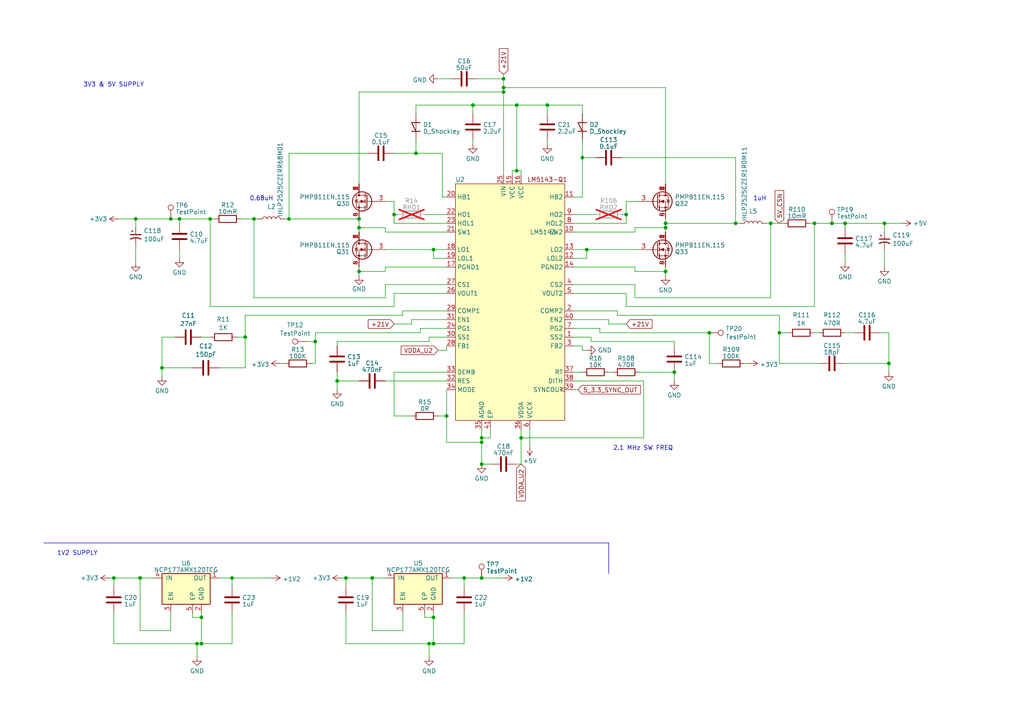
<source format=kicad_sch>
(kicad_sch (version 20230121) (generator eeschema)
  (paper "A4")
  (title_block (title "200W USB PD 3.1 HUB") (date "2023-10-03") (rev "A") (company "MICK MAKE") (comment 1 "THIS IS A 2X 100W USB PD SOURCE ") (comment 2 "HUB USB SPEC 3.1") (comment 3 "TOTAL SYSTEM POWER IS ~275w"))
  (lib_symbols
    (symbol "CARTHING:LM5143-Q1"
      (property "Reference" "U" (at -13.97 31.75 0))
      (symbol "LM5143-Q1_1_1"
        (rectangle (start -15.24 30.48) (end 16.51 -38.1) (fill (type background)))
        (text "LM5143-Q1\n" (at 11.43 31.75 0) (effects (font (size 1.27 1.27))))
        (pin input line (at 19.05 -13.97 180) (length 2.54) (name "SS2") (number "1"))
        (pin power_out line (at 19.05 16.51 180) (length 2.54) (name "SW2") (number "10"))
        (pin power_out line (at 19.05 26.67 180) (length 2.54) (name "HB2") (number "11"))
        (pin output line (at 19.05 8.89 180) (length 2.54) (name "LOL2") (number "12"))
        (pin output line (at 19.05 11.43 180) (length 2.54) (name "LO2") (number "13"))
        (pin power_in line (at 19.05 6.35 180) (length 2.54) (name "PGND2") (number "14"))
        (pin power_in line (at 1.27 33.02 270) (length 2.54) (name "VCC") (number "15"))
        (pin power_in line (at 3.81 33.02 270) (length 2.54) (name "VCC") (number "16"))
        (pin power_in line (at -17.78 6.35 0) (length 2.54) (name "PGND1") (number "17"))
        (pin output line (at -17.78 11.43 0) (length 2.54) (name "LO1") (number "18"))
        (pin output line (at -17.78 8.89 0) (length 2.54) (name "LOL1") (number "19"))
        (pin output line (at 19.05 -6.35 180) (length 2.54) (name "COMP2") (number "2"))
        (pin power_out line (at -17.78 26.67 0) (length 2.54) (name "HB1") (number "20"))
        (pin power_out line (at -17.78 16.51 0) (length 2.54) (name "SW1") (number "21"))
        (pin output line (at -17.78 21.59 0) (length 2.54) (name "HO1") (number "22"))
        (pin output line (at -17.78 19.05 0) (length 2.54) (name "HOL1") (number "23"))
        (pin output line (at -17.78 -11.43 0) (length 2.54) (name "PG1") (number "24"))
        (pin power_in line (at -1.27 33.02 270) (length 2.54) (name "VIN") (number "25"))
        (pin power_out line (at -17.78 -1.27 0) (length 2.54) (name "VOUT1") (number "26"))
        (pin input line (at -17.78 1.27 0) (length 2.54) (name "CS1") (number "27"))
        (pin input line (at -17.78 -16.51 0) (length 2.54) (name "FB1") (number "28"))
        (pin output line (at -17.78 -6.35 0) (length 2.54) (name "COMP1") (number "29"))
        (pin input line (at 19.05 -16.51 180) (length 2.54) (name "FB2") (number "3"))
        (pin input line (at -17.78 -13.97 0) (length 2.54) (name "SS1") (number "30"))
        (pin input line (at -17.78 -8.89 0) (length 2.54) (name "EN1") (number "31"))
        (pin output line (at -17.78 -26.67 0) (length 2.54) (name "RES") (number "32"))
        (pin input line (at -17.78 -24.13 0) (length 2.54) (name "DEMB") (number "33"))
        (pin input line (at -17.78 -29.21 0) (length 2.54) (name "MODE") (number "34"))
        (pin power_in line (at -7.62 -40.64 90) (length 2.54) (name "AGND") (number "35"))
        (pin output line (at 3.81 -40.64 90) (length 2.54) (name "VDDA") (number "36"))
        (pin input line (at 19.05 -24.13 180) (length 2.54) (name "RT") (number "37"))
        (pin input line (at 19.05 -26.67 180) (length 2.54) (name "DITH") (number "38"))
        (pin output clock (at 19.05 -29.21 180) (length 2.54) (name "SYNCOUT") (number "39"))
        (pin input line (at 19.05 1.27 180) (length 2.54) (name "CS2") (number "4"))
        (pin input line (at 19.05 -8.89 180) (length 2.54) (name "EN2") (number "40"))
        (pin power_out line (at -5.08 -40.64 90) (length 2.54) (name "EP") (number "41"))
        (pin input line (at 19.05 -1.27 180) (length 2.54) (name "VOUT2") (number "5"))
        (pin power_in line (at 6.35 -40.64 90) (length 2.54) (name "VCCX") (number "6"))
        (pin output line (at 19.05 -11.43 180) (length 2.54) (name "PG2") (number "7"))
        (pin output line (at 19.05 19.05 180) (length 2.54) (name "HOL2") (number "8"))
        (pin output line (at 19.05 21.59 180) (length 2.54) (name "HO2") (number "9"))
      )
    )
    (symbol "Connector:TestPoint" (pin_numbers hide) (pin_names (offset 0.762) hide)
      (property "Reference" "TP" (at 0 6.858 0))
      (property "Value" "TestPoint" (at 0 5.08 0))
      (symbol "TestPoint_0_1"
        (circle (center 0 3.302) (radius 0.762))
      )
      (symbol "TestPoint_1_1"
        (pin passive line (at 0 0 90) (length 2.54) (name "1") (number "1"))
      )
    )
    (symbol "Device:C" (pin_numbers hide) (pin_names (offset 0.254))
      (property "Reference" "C" (at 0.635 2.54 0))
      (property "Value" "C" (at 0.635 -2.54 0))
      (symbol "C_0_1"
        (polyline (pts (xy -2.032 -0.762) (xy 2.032 -0.762)) (stroke (width 0.508)))
        (polyline (pts (xy -2.032 0.762) (xy 2.032 0.762)) (stroke (width 0.508)))
      )
      (symbol "C_1_1"
        (pin passive line (at 0 3.81 270) (length 2.794) (name "~") (number "1"))
        (pin passive line (at 0 -3.81 90) (length 2.794) (name "~") (number "2"))
      )
    )
    (symbol "Device:C_Polarized_Small_US" (pin_numbers hide) (pin_names (offset 0.254) hide)
      (property "Reference" "C" (at 0.254 1.778 0))
      (property "Value" "C_Polarized_Small_US" (at 0.254 -2.032 0))
      (symbol "C_Polarized_Small_US_0_1"
        (polyline (pts (xy -1.524 0.508) (xy 1.524 0.508)) (stroke (width 0.3048)))
        (polyline (pts (xy -1.27 1.524) (xy -0.762 1.524)))
        (polyline (pts (xy -1.016 1.27) (xy -1.016 1.778)))
        (arc (start 1.524 -0.762) (mid 0 -0.3734) (end -1.524 -0.762) (stroke (width 0.3048)))
      )
      (symbol "C_Polarized_Small_US_1_1"
        (pin passive line (at 0 2.54 270) (length 2.032) (name "~") (number "1"))
        (pin passive line (at 0 -2.54 90) (length 2.032) (name "~") (number "2"))
      )
    )
    (symbol "Device:D_Shockley" (pin_numbers hide) (pin_names (offset 1.016) hide)
      (property "Reference" "D" (at 0 2.54 0))
      (property "Value" "D_Shockley" (at 0 -2.54 0))
      (symbol "D_Shockley_0_1"
        (polyline (pts (xy -1.27 0) (xy 1.27 0)))
        (polyline (pts (xy -1.27 1.27) (xy -1.27 -1.27)) (stroke (width 0.254)))
        (polyline (pts (xy -1.27 0) (xy 1.27 1.27) (xy 1.27 -1.27)) (stroke (width 0.254)))
      )
      (symbol "D_Shockley_1_1"
        (pin passive line (at -3.81 0 0) (length 2.54) (name "K") (number "1"))
        (pin passive line (at 3.81 0 180) (length 2.54) (name "A") (number "2"))
      )
    )
    (symbol "Device:L" (pin_numbers hide) (pin_names (offset 1.016) hide)
      (property "Reference" "L" (at -1.27 0 90))
      (property "Value" "L" (at 1.905 0 90))
      (symbol "L_0_1"
        (arc (start 0 -2.54) (mid 0.6323 -1.905) (end 0 -1.27))
        (arc (start 0 -1.27) (mid 0.6323 -0.635) (end 0 0))
        (arc (start 0 0) (mid 0.6323 0.635) (end 0 1.27))
        (arc (start 0 1.27) (mid 0.6323 1.905) (end 0 2.54))
      )
      (symbol "L_1_1"
        (pin passive line (at 0 3.81 270) (length 1.27) (name "1") (number "1"))
        (pin passive line (at 0 -3.81 90) (length 1.27) (name "2") (number "2"))
      )
    )
    (symbol "Device:R" (pin_numbers hide) (pin_names (offset 0))
      (property "Reference" "R" (at 2.032 0 90))
      (property "Value" "R" (at 0 0 90))
      (symbol "R_0_1"
        (rectangle (start -1.016 -2.54) (end 1.016 2.54) (stroke (width 0.254)))
      )
      (symbol "R_1_1"
        (pin passive line (at 0 3.81 270) (length 1.27) (name "~") (number "1"))
        (pin passive line (at 0 -3.81 90) (length 1.27) (name "~") (number "2"))
      )
    )
    (symbol "NCP177BMX330TCG-Regulator_Linear_1" (pin_names (offset 1.016))
      (property "Reference" "U" (at 1.27 8.89 0))
      (property "Value" "NCP177BMX330TCG-Regulator_Linear" (at 1.27 6.35 0))
      (symbol "NCP177BMX330TCG-Regulator_Linear_1_0_1"
        (rectangle (start -5.08 3.81) (end 8.89 -5.08) (stroke (width 0.254)) (fill (type background)))
      )
      (symbol "NCP177BMX330TCG-Regulator_Linear_1_1_1"
        (pin power_out line (at 11.43 2.54 180) (length 2.54) (name "OUT") (number "1"))
        (pin power_in line (at 6.35 -7.62 90) (length 2.54) (name "GND") (number "2"))
        (pin input line (at -2.54 -7.62 90) (length 2.54) (name "EN") (number "3"))
        (pin power_in line (at -7.62 2.54 0) (length 2.54) (name "IN") (number "4"))
        (pin input line (at 3.81 -7.62 90) (length 2.54) (name "EP") (number "5"))
      )
    )
    (symbol "NCP177BMX330TCG-Regulator_Linear_2" (pin_names (offset 1.016))
      (property "Reference" "U" (at 1.27 8.89 0))
      (property "Value" "NCP177BMX330TCG-Regulator_Linear" (at 1.27 6.35 0))
      (symbol "NCP177BMX330TCG-Regulator_Linear_2_0_1"
        (rectangle (start -5.08 3.81) (end 8.89 -5.08) (stroke (width 0.254)) (fill (type background)))
      )
      (symbol "NCP177BMX330TCG-Regulator_Linear_2_1_1"
        (pin power_out line (at 11.43 2.54 180) (length 2.54) (name "OUT") (number "1"))
        (pin power_in line (at 6.35 -7.62 90) (length 2.54) (name "GND") (number "2"))
        (pin input line (at -2.54 -7.62 90) (length 2.54) (name "EN") (number "3"))
        (pin power_in line (at -7.62 2.54 0) (length 2.54) (name "IN") (number "4"))
        (pin input line (at 3.81 -7.62 90) (length 2.54) (name "EP") (number "5"))
      )
    )
    (symbol "Q_NMOS_GDS_1" (pin_names (offset 0) hide)
      (property "Reference" "Q3" (at 5.2069 -0.6437 0))
      (property "Value" "PMPB11EN,115" (at 5.2069 1.2773 0))
      (symbol "Q_NMOS_GDS_1_0_1"
        (polyline (pts (xy 0.254 0) (xy -2.54 0)))
        (polyline (pts (xy 0.254 1.905) (xy 0.254 -1.905)) (stroke (width 0.254)))
        (polyline (pts (xy 0.762 -1.27) (xy 0.762 -2.286)) (stroke (width 0.254)))
        (polyline (pts (xy 0.762 0.508) (xy 0.762 -0.508)) (stroke (width 0.254)))
        (polyline (pts (xy 0.762 2.286) (xy 0.762 1.27)) (stroke (width 0.254)))
        (polyline (pts (xy 2.54 2.54) (xy 2.54 1.778)))
        (polyline (pts (xy 2.54 -2.54) (xy 2.54 0) (xy 0.762 0)))
        (polyline (pts (xy 0.762 -1.778) (xy 3.302 -1.778) (xy 3.302 1.778) (xy 0.762 1.778)))
        (polyline (pts (xy 1.016 0) (xy 2.032 0.381) (xy 2.032 -0.381) (xy 1.016 0)) (fill (type outline)))
        (polyline (pts (xy 2.794 0.508) (xy 2.921 0.381) (xy 3.683 0.381) (xy 3.81 0.254)))
        (polyline (pts (xy 3.302 0.381) (xy 2.921 -0.254) (xy 3.683 -0.254) (xy 3.302 0.381)))
        (circle (center 1.651 0) (radius 2.794) (stroke (width 0.254)))
        (circle (center 2.54 -1.778) (radius 0.254) (fill (type outline)))
        (circle (center 2.54 1.778) (radius 0.254) (fill (type outline)))
      )
      (symbol "Q_NMOS_GDS_1_1_1"
        (pin passive line (at 2.54 5.08 270) (length 2.54) (name "D") (number "1"))
        (pin passive line (at 2.54 5.08 270) (length 2.54) (name "D") (number "2"))
        (pin input line (at -5.08 0 0) (length 2.54) (name "G") (number "3"))
        (pin passive line (at 2.54 -5.08 90) (length 2.54) (name "S") (number "4"))
        (pin passive line (at 2.54 5.08 270) (length 2.54) (name "D") (number "5"))
        (pin passive line (at 2.54 5.08 270) (length 2.54) (name "D") (number "6"))
        (pin passive line (at 2.54 5.08 270) (length 2.54) (name "D") (number "7"))
        (pin passive line (at 2.54 -5.08 90) (length 2.54) (name "S") (number "8"))
      )
    )
    (symbol "power:+1V2" (power) (pin_names (offset 0))
      (property "Value" "+1V2" (at 0 3.556 0))
      (symbol "+1V2_0_1"
        (polyline (pts (xy -0.762 1.27) (xy 0 2.54)))
        (polyline (pts (xy 0 0) (xy 0 2.54)))
        (polyline (pts (xy 0 2.54) (xy 0.762 1.27)))
      )
      (symbol "+1V2_1_1"
        (pin power_in line (at 0 0 90) (length 0) hide (name "+1V2") (number "1"))
      )
    )
    (symbol "power:+3V3" (power) (pin_names (offset 0))
      (property "Value" "+3V3" (at 0 3.556 0))
      (symbol "+3V3_0_1"
        (polyline (pts (xy -0.762 1.27) (xy 0 2.54)))
        (polyline (pts (xy 0 0) (xy 0 2.54)))
        (polyline (pts (xy 0 2.54) (xy 0.762 1.27)))
      )
      (symbol "+3V3_1_1"
        (pin power_in line (at 0 0 90) (length 0) hide (name "+3V3") (number "1"))
      )
    )
    (symbol "power:+5V" (power) (pin_names (offset 0))
      (property "Value" "+5V" (at 0 3.556 0))
      (symbol "+5V_0_1"
        (polyline (pts (xy -0.762 1.27) (xy 0 2.54)))
        (polyline (pts (xy 0 0) (xy 0 2.54)))
        (polyline (pts (xy 0 2.54) (xy 0.762 1.27)))
      )
      (symbol "+5V_1_1"
        (pin power_in line (at 0 0 90) (length 0) hide (name "+5V") (number "1"))
      )
    )
    (symbol "power:GND" (power) (pin_names (offset 0))
      (property "Value" "GND" (at 0 -3.81 0))
      (symbol "GND_0_1"
        (polyline (pts (xy 0 0) (xy 0 -1.27) (xy 1.27 -1.27) (xy 0 -2.54) (xy -1.27 -1.27) (xy 0 -1.27)))
      )
      (symbol "GND_1_1"
        (pin power_in line (at 0 0 270) (length 0) hide (name "GND") (number "1"))
      )
    )
  )
  (junction (at 124.46 186.69))
  (junction (at 91.44 99.06))
  (junction (at 195.58 107.95))
  (junction (at 193.04 64.77))
  (junction (at 39.37 63.5))
  (junction (at 245.11 64.77))
  (junction (at 181.61 62.23))
  (junction (at 107.95 167.64))
  (junction (at 158.75 30.48))
  (junction (at 170.18 72.39))
  (junction (at 58.42 179.07))
  (junction (at 60.96 63.5))
  (junction (at 146.05 26.67))
  (junction (at 120.65 44.45))
  (junction (at 139.7 127))
  (junction (at 193.04 78.74))
  (junction (at 139.7 128.27))
  (junction (at 134.62 167.64))
  (junction (at 226.06 96.52))
  (junction (at 33.02 167.64))
  (junction (at 104.14 63.5))
  (junction (at 149.86 30.48))
  (junction (at 193.04 66.04))
  (junction (at 97.79 110.49))
  (junction (at 149.86 49.53))
  (junction (at 83.82 63.5))
  (junction (at 104.14 66.04))
  (junction (at 71.12 97.79))
  (junction (at 139.7 134.62))
  (junction (at 40.64 167.64))
  (junction (at 168.91 45.72))
  (junction (at 137.16 30.48))
  (junction (at 205.74 96.52))
  (junction (at 125.73 179.07))
  (junction (at 114.3 62.23))
  (junction (at 146.05 22.86))
  (junction (at 151.13 127))
  (junction (at 125.73 72.39))
  (junction (at 125.73 186.69))
  (junction (at 58.42 186.69))
  (junction (at 139.7 167.64))
  (junction (at 57.15 186.69))
  (junction (at 104.14 78.74))
  (junction (at 236.22 64.77))
  (junction (at 67.31 167.64))
  (junction (at 46.99 106.68))
  (junction (at 241.3 64.77))
  (junction (at 49.53 63.5))
  (junction (at 129.54 120.65))
  (junction (at 52.07 63.5))
  (junction (at 223.52 64.77))
  (junction (at 257.81 105.41))
  (junction (at 146.05 25.4))
  (junction (at 213.36 64.77))
  (junction (at 256.54 64.77))
  (junction (at 100.33 167.64))
  (junction (at 73.66 63.5))
  (wire (pts (xy 46.99 97.79) (xy 46.99 106.68)))
  (wire (pts (xy 111.76 72.39) (xy 125.73 72.39)))
  (wire (pts (xy 128.27 57.15) (xy 129.54 57.15)))
  (wire (pts (xy 173.99 95.25) (xy 173.99 96.52)))
  (wire (pts (xy 223.52 64.77) (xy 227.33 64.77)))
  (wire (pts (xy 67.31 167.64) (xy 78.74 167.64)))
  (wire (pts (xy 83.82 63.5) (xy 104.14 63.5)))
  (wire (pts (xy 184.15 86.36) (xy 223.52 86.36)))
  (wire (pts (xy 111.76 67.31) (xy 111.76 66.04)))
  (wire (pts (xy 68.58 97.79) (xy 71.12 97.79)))
  (wire (pts (xy 60.96 88.9) (xy 60.96 63.5)))
  (wire (pts (xy 100.33 167.64) (xy 100.33 170.18)))
  (wire (pts (xy 166.37 85.09) (xy 181.61 85.09)))
  (wire (pts (xy 139.7 128.27) (xy 139.7 134.62)))
  (wire (pts (xy 153.67 124.46) (xy 153.67 129.54)))
  (wire (pts (xy 97.79 99.06) (xy 124.46 99.06)))
  (wire (pts (xy 52.07 63.5) (xy 52.07 64.77)))
  (wire (pts (xy 71.12 91.44) (xy 116.84 91.44)))
  (wire (pts (xy 100.33 167.64) (xy 107.95 167.64)))
  (wire (pts (xy 146.05 26.67) (xy 146.05 50.8)))
  (wire (pts (xy 149.86 30.48) (xy 149.86 49.53)))
  (wire (pts (xy 166.37 77.47) (xy 184.15 77.47)))
  (wire (pts (xy 142.24 124.46) (xy 142.24 127)))
  (wire (pts (xy 97.79 110.49) (xy 104.14 110.49)))
  (wire (pts (xy 166.37 82.55) (xy 184.15 82.55)))
  (wire (pts (xy 40.64 167.64) (xy 44.45 167.64)))
  (polyline (pts (xy 12.7 157.48) (xy 176.53 157.48)))
  (wire (pts (xy 170.18 74.93) (xy 170.18 72.39)))
  (wire (pts (xy 125.73 74.93) (xy 125.73 72.39)))
  (wire (pts (xy 255.27 96.52) (xy 257.81 96.52)))
  (wire (pts (xy 99.06 167.64) (xy 100.33 167.64)))
  (wire (pts (xy 91.44 96.52) (xy 121.92 96.52)))
  (wire (pts (xy 241.3 64.77) (xy 245.11 64.77)))
  (wire (pts (xy 104.14 26.67) (xy 104.14 53.34)))
  (wire (pts (xy 49.53 182.88) (xy 40.64 182.88)))
  (wire (pts (xy 111.76 66.04) (xy 104.14 66.04)))
  (wire (pts (xy 123.19 62.23) (xy 129.54 62.23)))
  (wire (pts (xy 129.54 64.77) (xy 114.3 64.77)))
  (wire (pts (xy 151.13 127) (xy 151.13 134.62)))
  (wire (pts (xy 186.69 110.49) (xy 186.69 127)))
  (wire (pts (xy 149.86 30.48) (xy 137.16 30.48)))
  (wire (pts (xy 58.42 97.79) (xy 60.96 97.79)))
  (wire (pts (xy 114.3 120.65) (xy 119.38 120.65)))
  (wire (pts (xy 256.54 64.77) (xy 261.62 64.77)))
  (wire (pts (xy 46.99 106.68) (xy 55.88 106.68)))
  (wire (pts (xy 71.12 106.68) (xy 63.5 106.68)))
  (wire (pts (xy 176.53 92.71) (xy 176.53 93.98)))
  (wire (pts (xy 40.64 182.88) (xy 40.64 167.64)))
  (wire (pts (xy 193.04 66.04) (xy 193.04 67.31)))
  (wire (pts (xy 128.27 44.45) (xy 128.27 57.15)))
  (wire (pts (xy 129.54 120.65) (xy 129.54 128.27)))
  (wire (pts (xy 236.22 64.77) (xy 236.22 88.9)))
  (wire (pts (xy 129.54 82.55) (xy 111.76 82.55)))
  (wire (pts (xy 168.91 33.02) (xy 168.91 30.48)))
  (wire (pts (xy 245.11 64.77) (xy 256.54 64.77)))
  (wire (pts (xy 158.75 40.64) (xy 158.75 41.91)))
  (wire (pts (xy 114.3 93.98) (xy 119.38 93.98)))
  (wire (pts (xy 138.43 22.86) (xy 146.05 22.86)))
  (wire (pts (xy 257.81 105.41) (xy 257.81 107.95)))
  (wire (pts (xy 49.53 177.8) (xy 49.53 182.88)))
  (wire (pts (xy 181.61 85.09) (xy 181.61 88.9)))
  (wire (pts (xy 151.13 49.53) (xy 151.13 50.8)))
  (wire (pts (xy 166.37 107.95) (xy 168.91 107.95)))
  (wire (pts (xy 168.91 45.72) (xy 168.91 57.15)))
  (wire (pts (xy 58.42 186.69) (xy 57.15 186.69)))
  (wire (pts (xy 67.31 177.8) (xy 67.31 186.69)))
  (wire (pts (xy 58.42 179.07) (xy 58.42 186.69)))
  (wire (pts (xy 245.11 96.52) (xy 247.65 96.52)))
  (wire (pts (xy 193.04 63.5) (xy 193.04 64.77)))
  (wire (pts (xy 67.31 167.64) (xy 67.31 170.18)))
  (wire (pts (xy 106.68 44.45) (xy 83.82 44.45)))
  (wire (pts (xy 146.05 26.67) (xy 104.14 26.67)))
  (wire (pts (xy 55.88 177.8) (xy 55.88 179.07)))
  (wire (pts (xy 129.54 67.31) (xy 111.76 67.31)))
  (wire (pts (xy 39.37 71.12) (xy 39.37 76.2)))
  (wire (pts (xy 39.37 63.5) (xy 39.37 66.04)))
  (wire (pts (xy 179.07 90.17) (xy 179.07 91.44)))
  (wire (pts (xy 31.75 167.64) (xy 33.02 167.64)))
  (wire (pts (xy 245.11 105.41) (xy 257.81 105.41)))
  (wire (pts (xy 120.65 44.45) (xy 128.27 44.45)))
  (wire (pts (xy 179.07 91.44) (xy 226.06 91.44)))
  (wire (pts (xy 111.76 77.47) (xy 111.76 78.74)))
  (wire (pts (xy 129.54 101.6) (xy 129.54 100.33)))
  (wire (pts (xy 73.66 63.5) (xy 74.93 63.5)))
  (wire (pts (xy 226.06 96.52) (xy 228.6 96.52)))
  (wire (pts (xy 184.15 67.31) (xy 184.15 66.04)))
  (polyline (pts (xy 176.53 157.48) (xy 176.53 166.37)))
  (wire (pts (xy 234.95 64.77) (xy 236.22 64.77)))
  (wire (pts (xy 129.54 113.03) (xy 129.54 120.65)))
  (wire (pts (xy 114.3 64.77) (xy 114.3 62.23)))
  (wire (pts (xy 114.3 88.9) (xy 60.96 88.9)))
  (wire (pts (xy 60.96 63.5) (xy 52.07 63.5)))
  (wire (pts (xy 129.54 97.79) (xy 124.46 97.79)))
  (wire (pts (xy 71.12 97.79) (xy 71.12 106.68)))
  (wire (pts (xy 125.73 186.69) (xy 124.46 186.69)))
  (wire (pts (xy 236.22 64.77) (xy 241.3 64.77)))
  (wire (pts (xy 195.58 107.95) (xy 195.58 110.49)))
  (wire (pts (xy 193.04 78.74) (xy 193.04 80.01)))
  (wire (pts (xy 151.13 127) (xy 186.69 127)))
  (wire (pts (xy 58.42 177.8) (xy 58.42 179.07)))
  (wire (pts (xy 73.66 63.5) (xy 73.66 86.36)))
  (wire (pts (xy 91.44 96.52) (xy 91.44 99.06)))
  (wire (pts (xy 180.34 45.72) (xy 213.36 45.72)))
  (wire (pts (xy 134.62 177.8) (xy 134.62 186.69)))
  (wire (pts (xy 129.54 92.71) (xy 119.38 92.71)))
  (wire (pts (xy 104.14 66.04) (xy 104.14 67.31)))
  (wire (pts (xy 168.91 30.48) (xy 158.75 30.48)))
  (wire (pts (xy 158.75 30.48) (xy 149.86 30.48)))
  (wire (pts (xy 226.06 105.41) (xy 237.49 105.41)))
  (wire (pts (xy 176.53 107.95) (xy 177.8 107.95)))
  (wire (pts (xy 120.65 40.64) (xy 120.65 44.45)))
  (wire (pts (xy 166.37 64.77) (xy 181.61 64.77)))
  (wire (pts (xy 168.91 40.64) (xy 168.91 45.72)))
  (wire (pts (xy 52.07 72.39) (xy 52.07 74.93)))
  (wire (pts (xy 168.91 45.72) (xy 172.72 45.72)))
  (wire (pts (xy 107.95 167.64) (xy 111.76 167.64)))
  (wire (pts (xy 114.3 85.09) (xy 114.3 88.9)))
  (wire (pts (xy 129.54 85.09) (xy 114.3 85.09)))
  (wire (pts (xy 123.19 179.07) (xy 125.73 179.07)))
  (wire (pts (xy 100.33 186.69) (xy 124.46 186.69)))
  (wire (pts (xy 168.91 57.15) (xy 166.37 57.15)))
  (wire (pts (xy 124.46 97.79) (xy 124.46 99.06)))
  (wire (pts (xy 46.99 106.68) (xy 46.99 109.22)))
  (wire (pts (xy 166.37 62.23) (xy 172.72 62.23)))
  (wire (pts (xy 127 101.6) (xy 129.54 101.6)))
  (wire (pts (xy 142.24 127) (xy 139.7 127)))
  (wire (pts (xy 158.75 30.48) (xy 158.75 33.02)))
  (wire (pts (xy 49.53 63.5) (xy 52.07 63.5)))
  (wire (pts (xy 193.04 77.47) (xy 193.04 78.74)))
  (wire (pts (xy 104.14 63.5) (xy 104.14 66.04)))
  (wire (pts (xy 166.37 90.17) (xy 179.07 90.17)))
  (wire (pts (xy 114.3 120.65) (xy 114.3 107.95)))
  (wire (pts (xy 33.02 186.69) (xy 57.15 186.69)))
  (wire (pts (xy 184.15 77.47) (xy 184.15 78.74)))
  (wire (pts (xy 215.9 105.41) (xy 217.17 105.41)))
  (wire (pts (xy 124.46 186.69) (xy 124.46 190.5)))
  (wire (pts (xy 114.3 62.23) (xy 115.57 62.23)))
  (wire (pts (xy 55.88 179.07) (xy 58.42 179.07)))
  (wire (pts (xy 146.05 22.86) (xy 146.05 25.4)))
  (wire (pts (xy 184.15 82.55) (xy 184.15 86.36)))
  (wire (pts (xy 134.62 167.64) (xy 134.62 170.18)))
  (wire (pts (xy 91.44 99.06) (xy 91.44 105.41)))
  (wire (pts (xy 223.52 86.36) (xy 223.52 64.77)))
  (wire (pts (xy 121.92 95.25) (xy 121.92 96.52)))
  (wire (pts (xy 184.15 78.74) (xy 193.04 78.74)))
  (wire (pts (xy 111.76 78.74) (xy 104.14 78.74)))
  (wire (pts (xy 151.13 124.46) (xy 151.13 127)))
  (wire (pts (xy 114.3 58.42) (xy 111.76 58.42)))
  (wire (pts (xy 114.3 107.95) (xy 129.54 107.95)))
  (wire (pts (xy 168.91 101.6) (xy 170.18 101.6)))
  (wire (pts (xy 100.33 186.69) (xy 100.33 177.8)))
  (wire (pts (xy 50.8 97.79) (xy 46.99 97.79)))
  (wire (pts (xy 125.73 177.8) (xy 125.73 179.07)))
  (wire (pts (xy 71.12 91.44) (xy 71.12 97.79)))
  (wire (pts (xy 171.45 97.79) (xy 171.45 99.06)))
  (wire (pts (xy 166.37 110.49) (xy 186.69 110.49)))
  (wire (pts (xy 146.05 21.59) (xy 146.05 22.86)))
  (wire (pts (xy 69.85 63.5) (xy 73.66 63.5)))
  (wire (pts (xy 67.31 186.69) (xy 58.42 186.69)))
  (wire (pts (xy 193.04 25.4) (xy 193.04 53.34)))
  (wire (pts (xy 184.15 66.04) (xy 193.04 66.04)))
  (wire (pts (xy 111.76 86.36) (xy 73.66 86.36)))
  (wire (pts (xy 170.18 72.39) (xy 185.42 72.39)))
  (wire (pts (xy 129.54 74.93) (xy 125.73 74.93)))
  (wire (pts (xy 226.06 91.44) (xy 226.06 96.52)))
  (wire (pts (xy 129.54 95.25) (xy 121.92 95.25)))
  (wire (pts (xy 173.99 96.52) (xy 205.74 96.52)))
  (wire (pts (xy 166.37 74.93) (xy 170.18 74.93)))
  (wire (pts (xy 119.38 92.71) (xy 119.38 93.98)))
  (wire (pts (xy 148.59 50.8) (xy 148.59 49.53)))
  (wire (pts (xy 120.65 30.48) (xy 120.65 33.02)))
  (wire (pts (xy 195.58 99.06) (xy 195.58 100.33)))
  (wire (pts (xy 116.84 177.8) (xy 116.84 182.88)))
  (wire (pts (xy 180.34 62.23) (xy 181.61 62.23)))
  (wire (pts (xy 137.16 30.48) (xy 137.16 33.02)))
  (wire (pts (xy 116.84 90.17) (xy 116.84 91.44)))
  (wire (pts (xy 166.37 97.79) (xy 171.45 97.79)))
  (wire (pts (xy 166.37 113.03) (xy 167.64 113.03)))
  (wire (pts (xy 139.7 134.62) (xy 142.24 134.62)))
  (wire (pts (xy 226.06 105.41) (xy 226.06 96.52)))
  (wire (pts (xy 120.65 30.48) (xy 137.16 30.48)))
  (wire (pts (xy 129.54 128.27) (xy 139.7 128.27)))
  (wire (pts (xy 81.28 105.41) (xy 82.55 105.41)))
  (wire (pts (xy 139.7 124.46) (xy 139.7 127)))
  (wire (pts (xy 114.3 44.45) (xy 120.65 44.45)))
  (wire (pts (xy 166.37 100.33) (xy 168.91 100.33)))
  (wire (pts (xy 125.73 72.39) (xy 129.54 72.39)))
  (wire (pts (xy 166.37 92.71) (xy 176.53 92.71)))
  (wire (pts (xy 139.7 127) (xy 139.7 128.27)))
  (wire (pts (xy 257.81 96.52) (xy 257.81 105.41)))
  (wire (pts (xy 82.55 63.5) (xy 83.82 63.5)))
  (wire (pts (xy 151.13 134.62) (xy 149.86 134.62)))
  (wire (pts (xy 139.7 167.64) (xy 146.05 167.64)))
  (wire (pts (xy 97.79 107.95) (xy 97.79 110.49)))
  (wire (pts (xy 111.76 82.55) (xy 111.76 86.36)))
  (wire (pts (xy 104.14 77.47) (xy 104.14 78.74)))
  (wire (pts (xy 97.79 99.06) (xy 97.79 100.33)))
  (wire (pts (xy 127 22.86) (xy 130.81 22.86)))
  (wire (pts (xy 83.82 44.45) (xy 83.82 63.5)))
  (wire (pts (xy 166.37 72.39) (xy 170.18 72.39)))
  (wire (pts (xy 222.25 64.77) (xy 223.52 64.77)))
  (wire (pts (xy 63.5 167.64) (xy 67.31 167.64)))
  (wire (pts (xy 149.86 49.53) (xy 151.13 49.53)))
  (wire (pts (xy 256.54 67.31) (xy 256.54 64.77)))
  (wire (pts (xy 62.23 63.5) (xy 60.96 63.5)))
  (wire (pts (xy 166.37 95.25) (xy 173.99 95.25)))
  (wire (pts (xy 97.79 110.49) (xy 97.79 113.03)))
  (wire (pts (xy 176.53 93.98) (xy 181.61 93.98)))
  (wire (pts (xy 134.62 167.64) (xy 139.7 167.64)))
  (wire (pts (xy 205.74 96.52) (xy 205.74 105.41)))
  (wire (pts (xy 116.84 182.88) (xy 107.95 182.88)))
  (wire (pts (xy 130.81 167.64) (xy 134.62 167.64)))
  (wire (pts (xy 213.36 45.72) (xy 213.36 64.77)))
  (wire (pts (xy 127 120.65) (xy 129.54 120.65)))
  (wire (pts (xy 181.61 62.23) (xy 181.61 58.42)))
  (wire (pts (xy 245.11 73.66) (xy 245.11 76.2)))
  (wire (pts (xy 33.02 167.64) (xy 33.02 170.18)))
  (wire (pts (xy 39.37 63.5) (xy 49.53 63.5)))
  (wire (pts (xy 205.74 105.41) (xy 208.28 105.41)))
  (wire (pts (xy 168.91 100.33) (xy 168.91 101.6)))
  (wire (pts (xy 57.15 186.69) (xy 57.15 190.5)))
  (wire (pts (xy 185.42 107.95) (xy 195.58 107.95)))
  (wire (pts (xy 245.11 64.77) (xy 245.11 66.04)))
  (wire (pts (xy 104.14 78.74) (xy 104.14 80.01)))
  (wire (pts (xy 171.45 99.06) (xy 195.58 99.06)))
  (wire (pts (xy 181.61 64.77) (xy 181.61 62.23)))
  (wire (pts (xy 193.04 64.77) (xy 193.04 66.04)))
  (wire (pts (xy 193.04 64.77) (xy 213.36 64.77)))
  (wire (pts (xy 123.19 177.8) (xy 123.19 179.07)))
  (wire (pts (xy 33.02 186.69) (xy 33.02 177.8)))
  (wire (pts (xy 111.76 77.47) (xy 129.54 77.47)))
  (wire (pts (xy 213.36 64.77) (xy 214.63 64.77)))
  (wire (pts (xy 114.3 62.23) (xy 114.3 58.42)))
  (wire (pts (xy 107.95 182.88) (xy 107.95 167.64)))
  (wire (pts (xy 88.9 99.06) (xy 91.44 99.06)))
  (wire (pts (xy 146.05 25.4) (xy 193.04 25.4)))
  (wire (pts (xy 34.29 63.5) (xy 39.37 63.5)))
  (wire (pts (xy 181.61 58.42) (xy 185.42 58.42)))
  (wire (pts (xy 134.62 186.69) (xy 125.73 186.69)))
  (wire (pts (xy 146.05 25.4) (xy 146.05 26.67)))
  (wire (pts (xy 116.84 90.17) (xy 129.54 90.17)))
  (wire (pts (xy 256.54 72.39) (xy 256.54 77.47)))
  (wire (pts (xy 148.59 49.53) (xy 149.86 49.53)))
  (wire (pts (xy 90.17 105.41) (xy 91.44 105.41)))
  (wire (pts (xy 166.37 67.31) (xy 184.15 67.31)))
  (wire (pts (xy 236.22 96.52) (xy 237.49 96.52)))
  (wire (pts (xy 137.16 40.64) (xy 137.16 41.91)))
  (wire (pts (xy 111.76 110.49) (xy 129.54 110.49)))
  (wire (pts (xy 125.73 179.07) (xy 125.73 186.69)))
  (wire (pts (xy 33.02 167.64) (xy 40.64 167.64)))
  (wire (pts (xy 181.61 88.9) (xy 236.22 88.9)))
  (text "1uH" (at 218.44 58.42 0) (effects (font (size 1.27 1.27)) (justify left bottom)))
  (text "2.1 MHz SW FREQ\n" (at 177.8 130.81 0) (effects (font (size 1.27 1.27)) (justify left bottom)))
  (text "3V3 & 5V SUPPLY" (at 24.13 25.4 0) (effects (font (size 1.27 1.27)) (justify left bottom)))
  (text "1V2 SUPPLY" (at 16.51 161.29 0) (effects (font (size 1.27 1.27)) (justify left bottom)))
  (text "0.68uH" (at 72.39 58.42 0) (effects (font (size 1.27 1.27)) (justify left bottom)))
  (global_label "VDDA_U2" (shape input) (at 151.13 134.62 270) (property "Intersheetrefs" "${INTERSHEET_REFS}" (effects hide)))
  (global_label "5V_CSN" (shape input) (at 226.06 64.77 90) (property "Intersheetrefs" "${INTERSHEET_REFS}" (effects hide)))
  (global_label "5_3.3_SYNC_OUT" (shape input) (at 167.64 113.03 0) (property "Intersheetrefs" "${INTERSHEET_REFS}" (effects hide)))
  (global_label "+21V" (shape input) (at 146.05 21.59 90) (property "Intersheetrefs" "${INTERSHEET_REFS}" (effects hide)))
  (global_label "VDDA_U2" (shape input) (at 127 101.6 180) (property "Intersheetrefs" "${INTERSHEET_REFS}" (effects hide)))
  (global_label "+21V" (shape input) (at 114.3 93.98 180) (property "Intersheetrefs" "${INTERSHEET_REFS}" (effects hide)))
  (global_label "+21V" (shape input) (at 181.61 93.98 0) (property "Intersheetrefs" "${INTERSHEET_REFS}" (effects hide)))
  (symbol (lib_id "power:+3V3") (at 99.06 167.64 90) (unit 1)
    (property "Reference" "#PWR019" (effects hide))
    (property "Value" "+3V3" (at 95.885 167.64 90) (effects (justify left)))
  )
  (symbol (lib_id "CARTHING:LM5143-Q1") (at 147.32 83.82 0) (unit 1)
    (property "Reference" "U2" (at 132.08 52.07 0) (effects (justify left)))
    (property "Value" "LM5143" (at 157.48 67.31 0))
    (property "Footprint" "CARTHING:LM5143" (effects hide))
  )
  (symbol (lib_id "power:+5V") (at 261.62 64.77 270) (unit 1)
    (property "Reference" "#PWR0154" (effects hide))
    (property "Value" "+5V" (at 264.795 64.77 90) (effects (justify left)))
  )
  (symbol (lib_id "power:GND") (at 193.04 80.01 0) (unit 1)
    (property "Reference" "#PWR017" (effects hide))
    (property "Value" "GND" (at 193.04 84.1455 0))
  )
  (symbol (lib_id "power:+3V3") (at 34.29 63.5 90) (unit 1)
    (property "Reference" "#PWR0155" (effects hide))
    (property "Value" "+3V3" (at 31.115 63.5 90) (effects (justify left)))
  )
  (symbol (lib_id "power:GND") (at 139.7 134.62 0) (unit 1)
    (property "Reference" "#PWR014" (effects hide))
    (property "Value" "GND" (at 139.7 138.7555 0))
  )
  (symbol (lib_id "power:GND") (at 39.37 76.2 0) (unit 1)
    (property "Reference" "#PWR0156" (effects hide))
    (property "Value" "GND" (at 39.37 80.3355 0))
  )
  (symbol (lib_id "power:+3V3") (at 31.75 167.64 90) (unit 1)
    (property "Reference" "#PWR018" (effects hide))
    (property "Value" "+3V3" (at 28.575 167.64 90) (effects (justify left)))
  )
  (symbol (lib_id "power:+3V3") (at 217.17 105.41 270) (unit 1)
    (property "Reference" "#PWR0149" (effects hide))
    (property "Value" "+3V3" (at 220.345 105.7268 90) (effects (justify left)))
  )
  (symbol (lib_id "Device:R") (at 64.77 97.79 90) (unit 1)
    (property "Reference" "R11" (at 64.77 92.6297 90))
    (property "Value" "1K" (at 64.77 95.0539 90))
    (property "Footprint" "Resistor_SMD:R_0603_1608Metric" (effects hide))
  )
  (symbol (lib_id "power:GND") (at 195.58 110.49 0) (unit 1)
    (property "Reference" "#PWR022" (effects hide))
    (property "Value" "GND" (at 195.58 114.6255 0))
  )
  (symbol (lib_id "Device:R") (at 86.36 105.41 90) (unit 1)
    (property "Reference" "R13" (at 86.36 101.3841 90))
    (property "Value" "100K" (at 86.36 103.3051 90))
    (property "Footprint" "Resistor_SMD:R_0603_1608Metric" (effects hide))
  )
  (symbol (lib_id "power:+1V2") (at 146.05 167.64 270) (unit 1)
    (property "Reference" "#PWR023" (effects hide))
    (property "Value" "+1V2" (at 149.225 167.9568 90) (effects (justify left)))
  )
  (symbol (lib_id "Device:C") (at 245.11 69.85 0) (unit 1)
    (property "Reference" "C117" (at 248.031 69.2063 0) (effects (justify left)))
    (property "Value" "4.7uF" (at 248.031 71.1273 0) (effects (justify left)))
    (property "Footprint" "Capacitor_SMD:C_0603_1608Metric" (effects hide))
  )
  (symbol (lib_id "Connector:TestPoint") (at 49.53 63.5 0) (unit 1)
    (property "Reference" "TP6" (at 50.927 59.5543 0) (effects (justify left)))
    (property "Value" "TestPoint" (at 50.927 61.4753 0) (effects (justify left)))
    (property "Footprint" "TestPoint:TestPoint_Pad_D1.5mm" (effects hide))
  )
  (symbol (lib_id "Device:C") (at 134.62 22.86 90) (unit 1)
    (property "Reference" "C16" (at 134.62 17.6911 90))
    (property "Value" "50uF" (at 134.62 19.6121 90))
    (property "Footprint" "Capacitor_SMD:C_0603_1608Metric" (effects hide))
  )
  (symbol (lib_id "Device:C") (at 137.16 36.83 0) (unit 1)
    (property "Reference" "C17" (at 140.081 36.1863 0) (effects (justify left)))
    (property "Value" "2.2uF" (at 140.081 38.1073 0) (effects (justify left)))
    (property "Footprint" "Capacitor_SMD:C_0603_1608Metric" (effects hide))
  )
  (symbol (lib_id "Device:R") (at 172.72 107.95 90) (unit 1)
    (property "Reference" "R16" (at 172.72 103.9241 90))
    (property "Value" "10K" (at 172.72 105.8451 90))
    (property "Footprint" "Resistor_SMD:R_0603_1608Metric" (effects hide))
  )
  (symbol (lib_id "power:GND") (at 57.15 190.5 0) (unit 1)
    (property "Reference" "#PWR021" (effects hide))
    (property "Value" "GND" (at 57.15 194.6355 0))
  )
  (symbol (lib_id "power:GND") (at 52.07 74.93 0) (unit 1)
    (property "Reference" "#PWR08" (effects hide))
    (property "Value" "GND" (at 52.07 79.0655 0))
  )
  (symbol (lib_id "Device:C") (at 134.62 173.99 0) (unit 1)
    (property "Reference" "C22" (at 137.541 173.3463 0) (effects (justify left)))
    (property "Value" "1uF" (at 137.541 175.2673 0) (effects (justify left)))
    (property "Footprint" "Capacitor_SMD:C_0603_1608Metric" (effects hide))
  )
  (symbol (lib_id "Device:R") (at 212.09 105.41 90) (unit 1)
    (property "Reference" "R109" (at 212.09 101.3841 90))
    (property "Value" "100K" (at 212.09 103.3051 90))
    (property "Footprint" "Resistor_SMD:R_0603_1608Metric" (effects hide))
  )
  (symbol (lib_id "Device:D_Shockley") (at 120.65 36.83 90) (unit 1)
    (property "Reference" "D1" (at 122.682 36.1863 90) (effects (justify right)))
    (property "Value" "D_Shockley" (at 122.682 38.1073 90) (effects (justify right)))
    (property "Footprint" "Diode_SMD:D_SOD-523" (effects hide))
  )
  (symbol (lib_id "Device:C") (at 54.61 97.79 90) (unit 1)
    (property "Reference" "C11" (at 54.61 91.4867 90))
    (property "Value" "27nF" (at 54.61 93.9109 90))
    (property "Footprint" "Capacitor_SMD:C_0603_1608Metric" (effects hide))
  )
  (symbol (lib_id "power:GND") (at 158.75 41.91 0) (unit 1)
    (property "Reference" "#PWR016" (effects hide))
    (property "Value" "GND" (at 158.75 46.0455 0))
  )
  (symbol (lib_id "Device:R") (at 176.53 62.23 90) (unit 1) (dnp yes)
    (property "Reference" "R106" (at 176.53 58.2041 90))
    (property "Value" "RHO2" (at 176.53 60.1251 90))
    (property "Footprint" "Resistor_SMD:R_0603_1608Metric" (effects hide))
  )
  (symbol (lib_name "Q_NMOS_GDS_1") (lib_id "Device:Q_NMOS_GDS") (at 106.68 58.42 0) (mirror y) (unit 1)
    (property "Reference" "Q30" (at 101.4731 59.0637 0) (effects (justify left)))
    (property "Value" "PMPB11EN,115" (at 101.4731 57.1427 0) (effects (justify left)))
    (property "Footprint" "CARTHING:TRANS_PMPB11EN_115" (effects hide))
  )
  (symbol (lib_id "Device:R") (at 181.61 107.95 90) (unit 1)
    (property "Reference" "R108" (at 181.61 103.9241 90))
    (property "Value" "470R" (at 181.61 105.8451 90))
    (property "Footprint" "Resistor_SMD:R_0603_1608Metric" (effects hide))
  )
  (symbol (lib_id "Device:C") (at 67.31 173.99 0) (unit 1)
    (property "Reference" "C23" (at 70.231 173.3463 0) (effects (justify left)))
    (property "Value" "1uF" (at 70.231 175.2673 0) (effects (justify left)))
    (property "Footprint" "Capacitor_SMD:C_0603_1608Metric" (effects hide))
  )
  (symbol (lib_id "Device:C") (at 158.75 36.83 0) (unit 1)
    (property "Reference" "C21" (at 161.671 36.1863 0) (effects (justify left)))
    (property "Value" "2.2uF" (at 161.671 38.1073 0) (effects (justify left)))
    (property "Footprint" "Capacitor_SMD:C_0603_1608Metric" (effects hide))
  )
  (symbol (lib_id "Device:C") (at 52.07 68.58 0) (unit 1)
    (property "Reference" "C10" (at 54.991 67.9363 0) (effects (justify left)))
    (property "Value" "4.7uF" (at 54.991 69.8573 0) (effects (justify left)))
    (property "Footprint" "Capacitor_SMD:C_0603_1608Metric" (effects hide))
  )
  (symbol (lib_id "Device:C") (at 241.3 105.41 90) (unit 1)
    (property "Reference" "C115" (at 241.3 100.2411 90))
    (property "Value" "18pF" (at 241.3 102.1621 90))
    (property "Footprint" "Capacitor_SMD:C_0603_1608Metric" (effects hide))
  )
  (symbol (lib_id "Device:C") (at 110.49 44.45 90) (unit 1)
    (property "Reference" "C15" (at 110.49 39.2811 90))
    (property "Value" "0.1uF" (at 110.49 41.2021 90))
    (property "Footprint" "Capacitor_SMD:C_0603_1608Metric" (effects hide))
  )
  (symbol (lib_id "Connector:TestPoint") (at 139.7 167.64 0) (unit 1)
    (property "Reference" "TP7" (at 141.097 163.6943 0) (effects (justify left)))
    (property "Value" "TestPoint" (at 141.097 165.6153 0) (effects (justify left)))
    (property "Footprint" "TestPoint:TestPoint_Pad_D1.0mm" (effects hide))
  )
  (symbol (lib_id "Device:C") (at 146.05 134.62 90) (unit 1)
    (property "Reference" "C18" (at 146.05 129.4511 90))
    (property "Value" "470nF" (at 146.05 131.3721 90))
    (property "Footprint" "Capacitor_SMD:C_0805_2012Metric" (effects hide))
  )
  (symbol (lib_id "power:GND") (at 170.18 101.6 90) (unit 1)
    (property "Reference" "#PWR0153" (effects hide))
    (property "Value" "GND" (at 173.355 101.6 90) (effects (justify right)))
  )
  (symbol (lib_id "Device:L") (at 78.74 63.5 90) (unit 1)
    (property "Reference" "L2" (at 78.74 59.9847 90))
    (property "Value" "IHLP2525CZERR68M01" (at 81.28 52.07 0))
    (property "Footprint" "CARTHING:IND25X25CZ" (effects hide))
  )
  (symbol (lib_id "power:GND") (at 104.14 80.01 0) (unit 1)
    (property "Reference" "#PWR011" (effects hide))
    (property "Value" "GND" (at 104.14 83.82 0))
  )
  (symbol (lib_name "Q_NMOS_GDS_1") (lib_id "Device:Q_NMOS_GDS") (at 190.5 58.42 0) (unit 1)
    (property "Reference" "Q32" (at 195.7069 59.0637 0) (effects (justify left)))
    (property "Value" "PMPB11EN,115" (at 195.7069 57.1427 0) (effects (justify left)))
    (property "Footprint" "CARTHING:TRANS_PMPB11EN_115" (effects hide))
  )
  (symbol (lib_id "power:GND") (at 127 22.86 270) (unit 1)
    (property "Reference" "#PWR012" (effects hide))
    (property "Value" "GND" (at 123.8251 23.1768 90) (effects (justify right)))
  )
  (symbol (lib_id "Device:R") (at 241.3 96.52 90) (unit 1)
    (property "Reference" "R112" (at 241.3 91.3597 90))
    (property "Value" "470R" (at 241.3 93.7839 90))
    (property "Footprint" "Resistor_SMD:R_0603_1608Metric" (effects hide))
  )
  (symbol (lib_id "Device:L") (at 218.44 64.77 90) (unit 1)
    (property "Reference" "L5" (at 218.44 61.2547 90))
    (property "Value" "IHLP2525CZER1R0M11" (at 215.9 53.34 0))
    (property "Footprint" "CARTHING:IND25X25CZ" (effects hide))
  )
  (symbol (lib_id "power:GND") (at 256.54 77.47 0) (unit 1)
    (property "Reference" "#PWR0157" (effects hide))
    (property "Value" "GND" (at 256.54 81.6055 0))
  )
  (symbol (lib_id "Device:C") (at 251.46 96.52 90) (unit 1)
    (property "Reference" "C116" (at 251.46 91.3511 90))
    (property "Value" "4.7uF" (at 251.46 93.2721 90))
    (property "Footprint" "Capacitor_SMD:C_0603_1608Metric" (effects hide))
  )
  (symbol (lib_id "Device:R") (at 231.14 64.77 90) (unit 1)
    (property "Reference" "R110" (at 231.14 60.7441 90))
    (property "Value" "10mR" (at 231.14 62.6651 90))
    (property "Footprint" "Resistor_SMD:R_1206_3216Metric" (effects hide))
  )
  (symbol (lib_id "Device:C") (at 33.02 173.99 0) (unit 1)
    (property "Reference" "C20" (at 35.941 173.3463 0) (effects (justify left)))
    (property "Value" "1uF" (at 35.941 175.2673 0) (effects (justify left)))
    (property "Footprint" "Capacitor_SMD:C_0603_1608Metric" (effects hide))
  )
  (symbol (lib_id "power:+3V3") (at 81.28 105.41 90) (unit 1)
    (property "Reference" "#PWR09" (effects hide))
    (property "Value" "+3V3" (at 78.105 105.7268 90) (effects (justify left)))
  )
  (symbol (lib_id "Device:D_Shockley") (at 168.91 36.83 90) (unit 1)
    (property "Reference" "D2" (at 170.942 36.1863 90) (effects (justify right)))
    (property "Value" "D_Shockley" (at 170.942 38.1073 90) (effects (justify right)))
    (property "Footprint" "Diode_SMD:D_SOD-523" (effects hide))
  )
  (symbol (lib_id "Device:R") (at 66.04 63.5 90) (unit 1)
    (property "Reference" "R12" (at 66.04 59.4741 90))
    (property "Value" "10mR" (at 66.04 61.3951 90))
    (property "Footprint" "Resistor_SMD:R_1206_3216Metric" (effects hide))
  )
  (symbol (lib_id "Device:R") (at 232.41 96.52 90) (unit 1)
    (property "Reference" "R111" (at 232.41 91.3597 90))
    (property "Value" "1K" (at 232.41 93.7839 90))
    (property "Footprint" "Resistor_SMD:R_0603_1608Metric" (effects hide))
  )
  (symbol (lib_id "power:GND") (at 257.81 107.95 0) (unit 1)
    (property "Reference" "#PWR0151" (effects hide))
    (property "Value" "GND" (at 257.81 112.0855 0))
  )
  (symbol (lib_id "Connector:TestPoint") (at 241.3 64.77 0) (unit 1)
    (property "Reference" "TP19" (at 242.697 60.8243 0) (effects (justify left)))
    (property "Value" "TestPoint" (at 242.697 62.7453 0) (effects (justify left)))
    (property "Footprint" "TestPoint:TestPoint_Pad_D1.5mm" (effects hide))
  )
  (symbol (lib_id "power:+5V") (at 153.67 129.54 180) (unit 1)
    (property "Reference" "#PWR015" (effects hide))
    (property "Value" "+5V" (at 153.67 133.6731 0))
  )
  (symbol (lib_name "Q_NMOS_GDS_1") (lib_id "Device:Q_NMOS_GDS") (at 106.68 72.39 0) (mirror y) (unit 1)
    (property "Reference" "Q31" (at 101.4731 73.0337 0) (effects (justify left)))
    (property "Value" "PMPB11EN,115" (at 101.4731 71.1127 0) (effects (justify left)))
    (property "Footprint" "CARTHING:TRANS_PMPB11EN_115" (effects hide))
  )
  (symbol (lib_id "Device:C") (at 100.33 173.99 0) (unit 1)
    (property "Reference" "C19" (at 103.251 173.3463 0) (effects (justify left)))
    (property "Value" "1uF" (at 103.251 175.2673 0) (effects (justify left)))
    (property "Footprint" "Capacitor_SMD:C_0603_1608Metric" (effects hide))
  )
  (symbol (lib_id "Device:C") (at 195.58 104.14 180) (unit 1)
    (property "Reference" "C114" (at 198.501 103.4963 0) (effects (justify right)))
    (property "Value" "1uF" (at 198.501 105.4173 0) (effects (justify right)))
    (property "Footprint" "Capacitor_SMD:C_0603_1608Metric" (effects hide))
  )
  (symbol (lib_id "power:+1V2") (at 78.74 167.64 270) (unit 1)
    (property "Reference" "#PWR024" (effects hide))
    (property "Value" "+1V2" (at 81.915 167.9568 90) (effects (justify left)))
  )
  (symbol (lib_id "Device:C") (at 107.95 110.49 90) (unit 1)
    (property "Reference" "C14" (at 107.95 105.3211 90))
    (property "Value" "470nF" (at 107.95 107.2421 90))
    (property "Footprint" "Capacitor_SMD:C_0805_2012Metric" (effects hide))
  )
  (symbol (lib_id "Device:C_Polarized_Small_US") (at 256.54 69.85 0) (unit 1)
    (property "Reference" "C119" (at 258.8514 68.2061 0) (effects (justify left)))
    (property "Value" "100uF" (at 258.8514 70.6303 0) (effects (justify left)))
    (property "Footprint" "Capacitor_SMD:CP_Elec_6.3x7.7" (effects hide))
  )
  (symbol (lib_id "power:GND") (at 97.79 113.03 0) (unit 1)
    (property "Reference" "#PWR010" (effects hide))
    (property "Value" "GND" (at 97.79 117.1655 0))
  )
  (symbol (lib_id "Device:R") (at 119.38 62.23 90) (unit 1) (dnp yes)
    (property "Reference" "R14" (at 119.38 58.2041 90))
    (property "Value" "RHO1" (at 119.38 60.1251 90))
    (property "Footprint" "Resistor_SMD:R_0603_1608Metric" (effects hide))
  )
  (symbol (lib_id "Device:R") (at 123.19 120.65 90) (unit 1)
    (property "Reference" "R15" (at 123.19 116.6241 90))
    (property "Value" "0R" (at 123.19 118.5451 90))
    (property "Footprint" "Resistor_SMD:R_0603_1608Metric" (effects hide))
  )
  (symbol (lib_id "Device:C") (at 176.53 45.72 90) (unit 1)
    (property "Reference" "C113" (at 176.53 40.5511 90))
    (property "Value" "0.1uF" (at 176.53 42.4721 90))
    (property "Footprint" "Capacitor_SMD:C_0603_1608Metric" (effects hide))
  )
  (symbol (lib_id "Device:C_Polarized_Small_US") (at 39.37 68.58 0) (unit 1)
    (property "Reference" "C118" (at 41.6814 66.9361 0) (effects (justify left)))
    (property "Value" "100uF" (at 41.6814 69.3603 0) (effects (justify left)))
    (property "Footprint" "Capacitor_SMD:CP_Elec_6.3x7.7" (effects hide))
  )
  (symbol (lib_name "NCP177BMX330TCG-Regulator_Linear_2") (lib_id "CARTHING:NCP177BMX330TCG-Regulator_Linear") (at 119.38 170.18 0) (unit 1)
    (property "Reference" "U5" (at 121.285 163.3601 0))
    (property "Value" "NCP177AMX120TCG" (at 121.285 165.2811 0))
    (property "Footprint" "CARTHING:VREG_NCP170AMX300TCG" (effects hide))
  )
  (symbol (lib_id "Device:C") (at 97.79 104.14 180) (unit 1)
    (property "Reference" "C13" (at 100.711 103.4963 0) (effects (justify right)))
    (property "Value" "1uF" (at 100.711 105.4173 0) (effects (justify right)))
    (property "Footprint" "Capacitor_SMD:C_0603_1608Metric" (effects hide))
  )
  (symbol (lib_id "Device:C") (at 59.69 106.68 90) (unit 1)
    (property "Reference" "C12" (at 59.69 100.3767 90))
    (property "Value" "150pF" (at 59.69 102.8009 90))
    (property "Footprint" "Capacitor_SMD:C_0603_1608Metric" (effects hide))
  )
  (symbol (lib_name "NCP177BMX330TCG-Regulator_Linear_1") (lib_id "CARTHING:NCP177BMX330TCG-Regulator_Linear") (at 52.07 170.18 0) (unit 1)
    (property "Reference" "U6" (at 53.975 163.3601 0))
    (property "Value" "NCP177AMX120TCG" (at 53.975 165.2811 0))
    (property "Footprint" "CARTHING:VREG_NCP170AMX300TCG" (effects hide))
  )
  (symbol (lib_id "power:GND") (at 124.46 190.5 0) (unit 1)
    (property "Reference" "#PWR020" (effects hide))
    (property "Value" "GND" (at 124.46 194.6355 0))
  )
  (symbol (lib_id "Connector:TestPoint") (at 205.74 96.52 270) (unit 1)
    (property "Reference" "TP20" (at 210.439 95.3079 90) (effects (justify left)))
    (property "Value" "TestPoint" (at 210.439 97.7321 90) (effects (justify left)))
    (property "Footprint" "TestPoint:TestPoint_Pad_D1.0mm" (effects hide))
  )
  (symbol (lib_id "Connector:TestPoint") (at 88.9 99.06 90) (unit 1)
    (property "Reference" "TP12" (at 85.598 94.2807 90))
    (property "Value" "TestPoint" (at 85.598 96.7049 90))
    (property "Footprint" "TestPoint:TestPoint_Pad_D1.0mm" (effects hide))
  )
  (symbol (lib_id "power:GND") (at 245.11 76.2 0) (unit 1)
    (property "Reference" "#PWR0150" (effects hide))
    (property "Value" "GND" (at 245.11 80.3355 0))
  )
  (symbol (lib_id "power:GND") (at 137.16 41.91 0) (unit 1)
    (property "Reference" "#PWR013" (effects hide))
    (property "Value" "GND" (at 137.16 46.0455 0))
  )
  (symbol (lib_id "power:GND") (at 46.99 109.22 0) (unit 1)
    (property "Reference" "#PWR07" (effects hide))
    (property "Value" "GND" (at 46.99 113.3555 0))
  )
  (symbol (lib_name "Q_NMOS_GDS_1") (lib_id "Device:Q_NMOS_GDS") (at 190.5 72.39 0) (unit 1)
    (property "Reference" "Q33" (at 195.7069 73.0337 0) (effects (justify left)))
    (property "Value" "PMPB11EN,115" (at 195.7069 71.1127 0) (effects (justify left)))
    (property "Footprint" "CARTHING:TRANS_PMPB11EN_115" (effects hide))
  )
)
</source>
